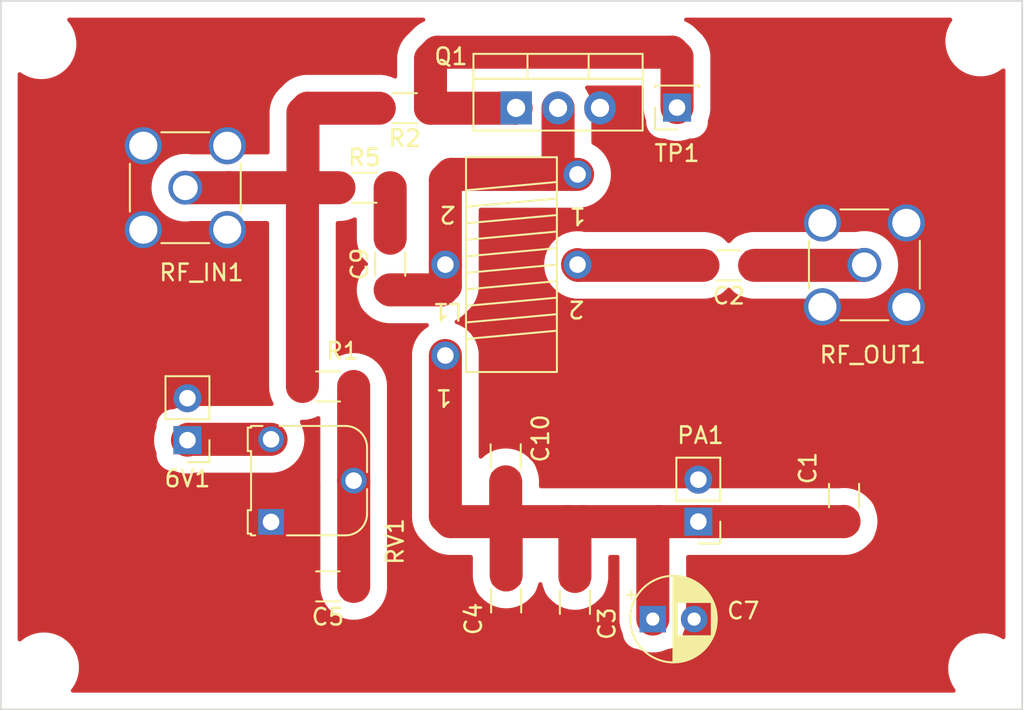
<source format=kicad_pcb>
(kicad_pcb (version 20211014) (generator pcbnew)
  (layers (0 "F.Cu" signal) (31 "B.Cu" signal) (35 "F.Paste" user) (37 "F.SilkS" user "F.Silkscreen") (38 "B.Mask" user) (39 "F.Mask" user) (44 "Edge.Cuts" user))
  (net 0 "")
  (net 1 "GND")
  (net 2 "Net-(6V1-Pad1)")
  (net 3 "Net-(C2-Pad2)")
  (net 4 "+VDC")
  (net 5 "Net-(C2-Pad1)")
  (net 6 "Net-(C5-Pad1)")
  (net 7 "/RF_IN")
  (net 8 "/DRAIN")
  (net 9 "Net-(C9-Pad2)")
  (net 10 "Net-(Q1-Pad1)")
  (footprint "Potentiometer_THT:Potentiometer_Runtron_RM-065_Vertical" (layer "F.Cu") (at 83.105 107.04 90)
    (fp_text reference "RV1" (at -1.18 7.51 90) (layer "F.SilkS"))
    (fp_text value "5k")
    (fp_line (start 0.71 -1.21) (end 4.29 -1.21) (layer "F.SilkS") (width 0.12))
    (fp_line (start 4.5 5.81) (end 3.01 5.81) (layer "F.SilkS") (width 0.12))
    (fp_line (start -0.71 -1.41) (end -0.71 -1.21) (layer "F.SilkS") (width 0.12))
    (fp_line (start -0.71 -1.21) (end -0.81 -1.21) (layer "F.SilkS") (width 0.12))
    (fp_line (start -0.71 -1.41) (end 0.71 -1.41) (layer "F.SilkS") (width 0.12))
    (fp_line (start -0.81 4.5) (end -0.81 0.96) (layer "F.SilkS") (width 0.12))
    (fp_line (start 5.81 0.52) (end 5.81 4.5) (layer "F.SilkS") (width 0.12))
    (fp_line (start 5.71 -1.21) (end 5.81 -1.21) (layer "F.SilkS") (width 0.12))
    (fp_line (start 1.99 5.81) (end 0.5 5.81) (layer "F.SilkS") (width 0.12))
    (fp_line (start 4.29 -1.41) (end 5.71 -1.41) (layer "F.SilkS") (width 0.12))
    (fp_line (start -0.81 -1.21) (end -0.81 -0.96) (layer "F.SilkS") (width 0.12))
    (fp_line (start 5.81 -1.21) (end 5.81 -0.52) (layer "F.SilkS") (width 0.12))
    (fp_line (start 0.71 -1.21) (end 0.71 -1.41) (layer "F.SilkS") (width 0.12))
    (fp_line (start 5.71 -1.41) (end 5.71 -1.21) (layer "F.SilkS") (width 0.12))
    (fp_line (start 4.29 -1.21) (end 4.29 -1.41) (layer "F.SilkS") (width 0.12))
    (fp_arc (start 5.81 4.5) (mid 5.42631 5.42631) (end 4.5 5.81) (layer "F.SilkS") (width 0.12))
    (fp_arc (start 0.5 5.81) (mid -0.42631 5.42631) (end -0.81 4.5) (layer "F.SilkS") (width 0.12))
    (pad "1" thru_hole rect (at 0 0 90) (size 1.56 1.56) (drill 1) (layers *.Cu *.Mask) (net 1 "GND"))
    (pad "2" thru_hole circle (at 2.5 5 90) (size 1.56 1.56) (drill 1) (layers *.Cu *.Mask) (net 6 "Net-(C5-Pad1)"))
    (pad "3" thru_hole circle (at 5 0 90) (size 1.56 1.56) (drill 1) (layers *.Cu *.Mask) (net 2 "Net-(6V1-Pad1)"))
  )
  (footprint "Resistor_SMD:R_1206_3216Metric_Pad1.30x1.75mm_HandSolder" (layer "F.Cu") (at 91.205 82 180)
    (fp_text reference "R2" (at 0 -1.82) (layer "F.SilkS"))
    (fp_text value "10" hide)
    (fp_line (start -0.727064 -0.91) (end 0.727064 -0.91) (layer "F.SilkS") (width 0.12))
    (fp_line (start -0.727064 0.91) (end 0.727064 0.91) (layer "F.SilkS") (width 0.12))
    (pad "1" smd roundrect (at -1.55 0 180) (size 1.3 1.75) (layers "F.Cu" "F.Paste" "F.Mask") (roundrect_rratio 0.192308) (net 10 "Net-(Q1-Pad1)"))
    (pad "2" smd roundrect (at 1.55 0 180) (size 1.3 1.75) (layers "F.Cu" "F.Paste" "F.Mask") (roundrect_rratio 0.192308) (net 7 "/RF_IN"))
  )
  (footprint "Capacitor_SMD:C_1206_3216Metric_Pad1.33x1.80mm_HandSolder" (layer "F.Cu") (at 86.545 110.94 180)
    (fp_text reference "C5" (at 0 -1.85) (layer "F.SilkS"))
    (fp_text value "100nF" hide)
    (fp_line (start -0.711252 -0.91) (end 0.711252 -0.91) (layer "F.SilkS") (width 0.12))
    (fp_line (start -0.711252 0.91) (end 0.711252 0.91) (layer "F.SilkS") (width 0.12))
    (pad "1" smd roundrect (at -1.5625 0 180) (size 1.325 1.8) (layers "F.Cu" "F.Paste" "F.Mask") (roundrect_rratio 0.188679) (net 6 "Net-(C5-Pad1)"))
    (pad "2" smd roundrect (at 1.5625 0 180) (size 1.325 1.8) (layers "F.Cu" "F.Paste" "F.Mask") (roundrect_rratio 0.188679) (net 1 "GND"))
  )
  (footprint "Capacitor_SMD:C_1206_3216Metric_Pad1.33x1.80mm_HandSolder" (layer "F.Cu") (at 97.335 111.81 -90)
    (fp_text reference "C4" (at 1.1 1.98 90) (layer "F.SilkS"))
    (fp_text value "100nF" hide)
    (fp_line (start -0.711252 0.91) (end 0.711252 0.91) (layer "F.SilkS") (width 0.12))
    (fp_line (start -0.711252 -0.91) (end 0.711252 -0.91) (layer "F.SilkS") (width 0.12))
    (pad "1" smd roundrect (at -1.5625 0 270) (size 1.325 1.8) (layers "F.Cu" "F.Paste" "F.Mask") (roundrect_rratio 0.188679) (net 4 "+VDC"))
    (pad "2" smd roundrect (at 1.5625 0 270) (size 1.325 1.8) (layers "F.Cu" "F.Paste" "F.Mask") (roundrect_rratio 0.188679) (net 1 "GND"))
  )
  (footprint "Capacitor_SMD:C_1206_3216Metric_Pad1.33x1.80mm_HandSolder" (layer "F.Cu") (at 110.8075 91.51 180)
    (fp_text reference "C2" (at 0 -1.85) (layer "F.SilkS"))
    (fp_text value "100nF (100v)" hide)
    (fp_line (start -0.711252 0.91) (end 0.711252 0.91) (layer "F.SilkS") (width 0.12))
    (fp_line (start -0.711252 -0.91) (end 0.711252 -0.91) (layer "F.SilkS") (width 0.12))
    (pad "1" smd roundrect (at -1.5625 0 180) (size 1.325 1.8) (layers "F.Cu" "F.Paste" "F.Mask") (roundrect_rratio 0.188679) (net 5 "Net-(C2-Pad1)"))
    (pad "2" smd roundrect (at 1.5625 0 180) (size 1.325 1.8) (layers "F.Cu" "F.Paste" "F.Mask") (roundrect_rratio 0.188679) (net 3 "Net-(C2-Pad2)"))
  )
  (footprint "Connector_Coaxial:SMA_Amphenol_901-144_Vertical" (layer "F.Cu") (at 77.915 86.81 180)
    (fp_text reference "RF_IN1" (at -0.98 -5.14) (layer "F.SilkS"))
    (fp_text value "Conn_Coaxial" hide)
    (fp_line (start -1.45 -3.355) (end 1.45 -3.355) (layer "F.SilkS") (width 0.12))
    (fp_line (start -1.45 3.355) (end 1.45 3.355) (layer "F.SilkS") (width 0.12))
    (fp_line (start -3.355 -1.45) (end -3.355 1.45) (layer "F.SilkS") (width 0.12))
    (fp_line (start 3.355 -1.45) (end 3.355 1.45) (layer "F.SilkS") (width 0.12))
    (pad "1" thru_hole circle locked (at 0 0 180) (size 2.05 2.05) (drill 1.5) (layers *.Cu *.Mask) (net 7 "/RF_IN"))
    (pad "2" thru_hole circle locked (at -2.54 2.54 180) (size 2.25 2.25) (drill 1.7) (layers *.Cu *.Mask) (net 1 "GND"))
    (pad "2" thru_hole circle locked (at 2.54 -2.54 180) (size 2.25 2.25) (drill 1.7) (layers *.Cu *.Mask) (net 1 "GND"))
    (pad "2" thru_hole circle locked (at -2.54 -2.54 180) (size 2.25 2.25) (drill 1.7) (layers *.Cu *.Mask) (net 1 "GND"))
    (pad "2" thru_hole circle locked (at 2.54 2.54 180) (size 2.25 2.25) (drill 1.7) (layers *.Cu *.Mask) (net 1 "GND"))
  )
  (footprint "Package_TO_SOT_THT:TO-220-3_Vertical" (layer "F.Cu") (at 97.935 81.98)
    (fp_text reference "Q1" (at -3.94 -3.11) (layer "F.SilkS"))
    (fp_text value "\"Finals\"" hide)
    (fp_line (start -2.58 -3.27) (end -2.58 1.371) (layer "F.SilkS") (width 0.12))
    (fp_line (start -2.58 -1.76) (end 7.66 -1.76) (layer "F.SilkS") (width 0.12))
    (fp_line (start -2.58 -3.27) (end 7.66 -3.27) (layer "F.SilkS") (width 0.12))
    (fp_line (start 7.66 -3.27) (end 7.66 1.371) (layer "F.SilkS") (width 0.12))
    (fp_line (start 0.69 -3.27) (end 0.69 -1.76) (layer "F.SilkS") (width 0.12))
    (fp_line (start 4.391 -3.27) (end 4.391 -1.76) (layer "F.SilkS") (width 0.12))
    (fp_line (start -2.58 1.371) (end 7.66 1.371) (layer "F.SilkS") (width 0.12))
    (pad "1" thru_hole rect locked (at 0 0) (size 1.905 2) (drill 1.1) (layers *.Cu *.Mask) (net 10 "Net-(Q1-Pad1)"))
    (pad "2" thru_hole oval locked (at 2.54 0) (size 1.905 2) (drill 1.1) (layers *.Cu *.Mask) (net 8 "/DRAIN"))
    (pad "3" thru_hole oval locked (at 5.08 0) (size 1.905 2) (drill 1.1) (layers *.Cu *.Mask) (net 1 "GND"))
  )
  (footprint "Connector_Coaxial:SMA_Amphenol_901-144_Vertical" (layer "F.Cu") (at 119.015 91.48 -90)
    (fp_text reference "RF_OUT1" (at 5.45 -0.51) (layer "F.SilkS"))
    (fp_text value "Conn_Coaxial" hide)
    (fp_line (start 3.355 -1.45) (end 3.355 1.45) (layer "F.SilkS") (width 0.12))
    (fp_line (start -1.45 -3.355) (end 1.45 -3.355) (layer "F.SilkS") (width 0.12))
    (fp_line (start -1.45 3.355) (end 1.45 3.355) (layer "F.SilkS") (width 0.12))
    (fp_line (start -3.355 -1.45) (end -3.355 1.45) (layer "F.SilkS") (width 0.12))
    (pad "1" thru_hole circle locked (at 0 0 270) (size 2.05 2.05) (drill 1.5) (layers *.Cu *.Mask) (net 5 "Net-(C2-Pad1)"))
    (pad "2" thru_hole circle locked (at 2.54 -2.54 270) (size 2.25 2.25) (drill 1.7) (layers *.Cu *.Mask) (net 1 "GND"))
    (pad "2" thru_hole circle locked (at 2.54 2.54 270) (size 2.25 2.25) (drill 1.7) (layers *.Cu *.Mask) (net 1 "GND"))
    (pad "2" thru_hole circle locked (at -2.54 2.54 270) (size 2.25 2.25) (drill 1.7) (layers *.Cu *.Mask) (net 1 "GND"))
    (pad "2" thru_hole circle locked (at -2.54 -2.54 270) (size 2.25 2.25) (drill 1.7) (layers *.Cu *.Mask) (net 1 "GND"))
  )
  (footprint "Resistor_SMD:R_1206_3216Metric_Pad1.30x1.75mm_HandSolder" (layer "F.Cu") (at 86.555 98.84 180)
    (fp_text reference "R1" (at -0.87 2.15) (layer "F.SilkS"))
    (fp_text value "3.3k" hide)
    (fp_line (start -0.727064 0.91) (end 0.727064 0.91) (layer "F.SilkS") (width 0.12))
    (fp_line (start -0.727064 -0.91) (end 0.727064 -0.91) (layer "F.SilkS") (width 0.12))
    (pad "1" smd roundrect (at -1.55 0 180) (size 1.3 1.75) (layers "F.Cu" "F.Paste" "F.Mask") (roundrect_rratio 0.192308) (net 6 "Net-(C5-Pad1)"))
    (pad "2" smd roundrect (at 1.55 0 180) (size 1.3 1.75) (layers "F.Cu" "F.Paste" "F.Mask") (roundrect_rratio 0.192308) (net 7 "/RF_IN"))
  )
  (footprint "Connector_PinHeader_2.54mm:PinHeader_1x02_P2.54mm_Vertical" (layer "F.Cu") (at 108.965 107.02 180)
    (fp_text reference "PA1" (at -0.13 5.22) (layer "F.SilkS"))
    (fp_text value "VDC" hide)
    (fp_line (start -1.33 1.27) (end -1.33 3.87) (layer "F.SilkS") (width 0.12))
    (fp_line (start -1.33 0) (end -1.33 -1.33) (layer "F.SilkS") (width 0.12))
    (fp_line (start -1.33 1.27) (end 1.33 1.27) (layer "F.SilkS") (width 0.12))
    (fp_line (start 1.33 1.27) (end 1.33 3.87) (layer "F.SilkS") (width 0.12))
    (fp_line (start -1.33 3.87) (end 1.33 3.87) (layer "F.SilkS") (width 0.12))
    (fp_line (start -1.33 -1.33) (end 0 -1.33) (layer "F.SilkS") (width 0.12))
    (pad "1" thru_hole rect locked (at 0 0 180) (size 1.7 1.7) (drill 1) (layers *.Cu *.Mask) (net 4 "+VDC"))
    (pad "2" thru_hole oval locked (at 0 2.54 180) (size 1.7 1.7) (drill 1) (layers *.Cu *.Mask) (net 1 "GND"))
  )
  (footprint "Connector_PinSocket_2.54mm:PinSocket_1x01_P2.54mm_Vertical" (layer "F.Cu") (at 107.675 81.96 180)
    (fp_text reference "TP1" (at 0 -2.77) (layer "F.SilkS"))
    (fp_text value "TestPoint" hide)
    (fp_line (start 1.33 1.21) (end 1.33 1.33) (layer "F.SilkS") (width 0.12))
    (fp_line (start 0 -1.33) (end 1.33 -1.33) (layer "F.SilkS") (width 0.12))
    (fp_line (start 1.33 -1.33) (end 1.33 0) (layer "F.SilkS") (width 0.12))
    (fp_line (start -1.33 1.33) (end 1.33 1.33) (layer "F.SilkS") (width 0.12))
    (fp_line (start -1.33 1.21) (end -1.33 1.33) (layer "F.SilkS") (width 0.12))
    (pad "1" thru_hole rect (at 0 0 180) (size 1.7 1.7) (drill 1) (layers *.Cu *.Mask) (net 10 "Net-(Q1-Pad1)"))
  )
  (footprint "Connector_PinHeader_2.54mm:PinHeader_1x02_P2.54mm_Vertical" (layer "F.Cu") (at 78.045 102.09 180)
    (fp_text reference "6V1" (at 0 -2.33) (layer "F.SilkS"))
    (fp_text value "BIAS")
    (fp_line (start -1.33 -1.33) (end 0 -1.33) (layer "F.SilkS") (width 0.12))
    (fp_line (start -1.33 0) (end -1.33 -1.33) (layer "F.SilkS") (width 0.12))
    (fp_line (start -1.33 1.27) (end -1.33 3.87) (layer "F.SilkS") (width 0.12))
    (fp_line (start 1.33 1.27) (end 1.33 3.87) (layer "F.SilkS") (width 0.12))
    (fp_line (start -1.33 3.87) (end 1.33 3.87) (layer "F.SilkS") (width 0.12))
    (fp_line (start -1.33 1.27) (end 1.33 1.27) (layer "F.SilkS") (width 0.12))
    (pad "1" thru_hole rect (at 0 0 180) (size 1.7 1.7) (drill 1) (layers *.Cu *.Mask) (net 2 "Net-(6V1-Pad1)"))
    (pad "2" thru_hole oval (at 0 2.54 180) (size 1.7 1.7) (drill 1) (layers *.Cu *.Mask) (net 1 "GND"))
  )
  (footprint "Capacitor_SMD:C_1206_3216Metric_Pad1.33x1.80mm_HandSolder" (layer "F.Cu") (at 117.785 105.4425 90)
    (fp_text reference "C1" (at 1.6625 -2.19 90) (layer "F.SilkS"))
    (fp_text value "1nF" hide)
    (fp_line (start -0.711252 0.91) (end 0.711252 0.91) (layer "F.SilkS") (width 0.12))
    (fp_line (start -0.711252 -0.91) (end 0.711252 -0.91) (layer "F.SilkS") (width 0.12))
    (pad "1" smd roundrect (at -1.5625 0 90) (size 1.325 1.8) (layers "F.Cu" "F.Paste" "F.Mask") (roundrect_rratio 0.188679) (net 4 "+VDC"))
    (pad "2" smd roundrect (at 1.5625 0 90) (size 1.325 1.8) (layers "F.Cu" "F.Paste" "F.Mask") (roundrect_rratio 0.188679) (net 1 "GND"))
  )
  (footprint "Capacitor_THT:CP_Radial_D5.0mm_P2.50mm" (layer "F.Cu") (at 106.209887 112.92)
    (fp_text reference "C7" (at 5.475113 -0.5) (layer "F.SilkS"))
    (fp_text value "22uF 25v" hide)
    (fp_line (start 1.971 -2.48) (end 1.971 -1.04) (layer "F.SilkS") (width 0.12))
    (fp_line (start 2.011 -2.468) (end 2.011 -1.04) (layer "F.SilkS") (width 0.12))
    (fp_line (start 3.371 1.04) (end 3.371 1.5) (layer "F.SilkS") (width 0.12))
    (fp_line (start 2.891 -2.004) (end 2.891 -1.04) (layer "F.SilkS") (width 0.12))
    (fp_line (start 2.811 -2.065) (end 2.811 -1.04) (layer "F.SilkS") (width 0.12))
    (fp_line (start 1.69 -2.543) (end 1.69 -1.04) (layer "F.SilkS") (width 0.12))
    (fp_line (start 2.011 1.04) (end 2.011 2.468) (layer "F.SilkS") (width 0.12))
    (fp_line (start 2.971 -1.937) (end 2.971 -1.04) (layer "F.SilkS") (width 0.12))
    (fp_line (start 1.61 1.04) (end 1.61 2.556) (layer "F.SilkS") (width 0.12))
    (fp_line (start 2.171 1.04) (end 2.171 2.414) (layer "F.SilkS") (width 0.12))
    (fp_line (start 3.411 1.04) (end 3.411 1.443) (layer "F.SilkS") (width 0.12))
    (fp_line (start 3.171 1.04) (end 3.171 1.743) (layer "F.SilkS") (width 0.12))
    (fp_line (start 3.531 -1.251) (end 3.531 -1.04) (layer "F.SilkS") (width 0.12))
    (fp_line (start 1.33 -2.579) (end 1.33 2.579) (layer "F.SilkS") (width 0.12))
    (fp_line (start 2.731 1.04) (end 2.731 2.122) (layer "F.SilkS") (width 0.12))
    (fp_line (start 2.611 1.04) (end 2.611 2.2) (layer "F.SilkS") (width 0.12))
    (fp_line (start 3.251 -1.653) (end 3.251 -1.04) (layer "F.SilkS") (width 0.12))
    (fp_line (start 3.811 -0.518) (end 3.811 0.518) (layer "F.SilkS") (width 0.12))
    (fp_line (start 2.691 -2.149) (end 2.691 -1.04) (layer "F.SilkS") (width 0.12))
    (fp_line (start 3.211 1.04) (end 3.211 1.699) (layer "F.SilkS") (width 0.12))
    (fp_line (start 2.131 -2.428) (end 2.131 -1.04) (layer "F.SilkS") (width 0.12))
    (fp_line (start 1.29 -2.58) (end 1.29 2.58) (layer "F.SilkS") (width 0.12))
    (fp_line (start 3.531 1.04) (end 3.531 1.251) (layer "F.SilkS") (width 0.12))
    (fp_line (start 1.65 -2.55) (end 1.65 -1.04) (layer "F.SilkS") (width 0.12))
    (fp_line (start 3.291 -1.605) (end 3.291 -1.04) (layer "F.SilkS") (width 0.12))
    (fp_line (start 2.091 -2.442) (end 2.091 -1.04) (layer "F.SilkS") (width 0.12))
    (fp_line (start 2.331 1.04) (end 2.331 2.348) (layer "F.SilkS") (width 0.12))
    (fp_line (start 1.85 -2.511) (end 1.85 -1.04) (layer "F.SilkS") (width 0.12))
    (fp_line (start 1.53 -2.565) (end 1.53 -1.04) (layer "F.SilkS") (width 0.12))
    (fp_line (start 3.331 1.04) (end 3.331 1.554) (layer "F.SilkS") (width 0.12))
    (fp_line (start 3.491 -1.319) (end 3.491 -1.04) (layer "F.SilkS") (width 0.12))
    (fp_line (start 2.771 -2.095) (end 2.771 -1.04) (layer "F.SilkS") (width 0.12))
    (fp_line (start 2.091 1.04) (end 2.091 2.442) (layer "F.SilkS") (width 0.12))
    (fp_line (start 3.451 -1.383) (end 3.451 -1.04) (layer "F.SilkS") (width 0.12))
    (fp_line (start 2.851 -2.035) (end 2.851 -1.04) (layer "F.SilkS") (width 0.12))
    (fp_line (start 3.091 -1.826) (end 3.091 -1.04) (layer "F.SilkS") (width 0.12))
    (fp_line (start 2.731 -2.122) (end 2.731 -1.04) (layer "F.SilkS") (width 0.12))
    (fp_line (start 3.491 1.04) (end 3.491 1.319) (layer "F.SilkS") (width 0.12))
    (fp_line (start 2.931 1.04) (end 2.931 1.971) (layer "F.SilkS") (width 0.12))
    (fp_line (start 1.45 -2.573) (end 1.45 2.573) (layer "F.SilkS") (width 0.12))
    (fp_line (start 1.77 1.04) (end 1.77 2.528) (layer "F.SilkS") (width 0.12))
    (fp_line (start 1.81 -2.52) (end 1.81 -1.04) (layer "F.SilkS") (width 0.12))
    (fp_line (start 1.61 -2.556) (end 1.61 -1.04) (layer "F.SilkS") (width 0.12))
    (fp_line (start 2.971 1.04) (end 2.971 1.937) (layer "F.SilkS") (width 0.12))
    (fp_line (start 2.251 1.04) (end 2.251 2.382) (layer "F.SilkS") (width 0.12))
    (fp_line (start 3.131 -1.785) (end 3.131 -1.04) (layer "F.SilkS") (width 0.12))
    (fp_line (start 1.93 -2.491) (end 1.93 -1.04) (layer "F.SilkS") (width 0.12))
    (fp_line (start 3.091 1.04) (end 3.091 1.826) (layer "F.SilkS") (width 0.12))
    (fp_line (start 3.131 1.04) (end 3.131 1.785) (layer "F.SilkS") (width 0.12))
    (fp_line (start 2.451 1.04) (end 2.451 2.29) (layer "F.SilkS") (width 0.12))
    (fp_line (start 2.051 1.04) (end 2.051 2.455) (layer "F.SilkS") (width 0.12))
    (fp_line (start 3.851 -0.284) (end 3.851 0.284) (layer "F.SilkS") (width 0.12))
    (fp_line (start 2.531 -2.247) (end 2.531 -1.04) (layer "F.SilkS") (width 0.12))
    (fp_line (start 3.211 -1.699) (end 3.211 -1.04) (layer "F.SilkS") (width 0.12))
    (fp_line (start 3.731 -0.805) (end 3.731 0.805) (layer "F.SilkS") (width 0.12))
    (fp_line (start 2.811 1.04) (end 2.811 2.065) (layer "F.SilkS") (width 0.12))
    (fp_line (start 1.25 -2.58) (end 1.25 2.58) (layer "F.SilkS") (width 0.12))
    (fp_line (start 3.171 -1.743) (end 3.171 -1.04) (layer "F.SilkS") (width 0.12))
    (fp_line (start 2.371 1.04) (end 2.371 2.329) (layer "F.SilkS") (width 0.12))
    (fp_line (start 2.411 1.04) (end 2.411 2.31) (layer "F.SilkS") (width 0.12))
    (fp_line (start 3.691 -0.915) (end 3.691 0.915) (layer "F.SilkS") (width 0.12))
    (fp_line (start 1.77 -2.528) (end 1.77 -1.04) (layer "F.SilkS") (width 0.12))
    (fp_line (start 3.011 -1.901) (end 3.011 -1.04) (layer "F.SilkS") (width 0.12))
    (fp_line (start 2.931 -1.971) (end 2.931 -1.04) (layer "F.SilkS") (width 0.12))
    (fp_line (start 1.93 1.04) (end 1.93 2.491) (layer "F.SilkS") (width 0.12))
    (fp_line (start 1.57 -2.561) (end 1.57 -1.04) (layer "F.SilkS") (width 0.12))
    (fp_line (start 2.651 1.04) (end 2.651 2.175) (layer "F.SilkS") (width 0.12))
    (fp_line (start 2.571 1.04) (end 2.571 2.224) (layer "F.SilkS") (width 0.12))
    (fp_line (start 1.53 1.04) (end 1.53 2.565) (layer "F.SilkS") (width 0.12))
    (fp_line (start 2.771 1.04) (end 2.771 2.095) (layer "F.SilkS") (width 0.12))
    (fp_line (start 1.49 -2.569) (end 1.49 -1.04) (layer "F.SilkS") (width 0.12))
    (fp_line (start 3.571 -1.178) (end 3.571 1.178) (layer "F.SilkS") (width 0.12))
    (fp_line (start 2.291 1.04) (end 2.291 2.365) (layer "F.SilkS") (width 0.12))
    (fp_line (start 2.171 -2.414) (end 2.171 -1.04) (layer "F.SilkS") (width 0.12))
    (fp_line (start 2.211 -2.398) (end 2.211 -1.04) (layer "F.SilkS") (width 0.12))
    (fp_line (start 1.89 1.04) (end 1.89 2.501) (layer "F.SilkS") (width 0.12))
    (fp_line (start 1.49 1.04) (end 1.49 2.569) (layer "F.SilkS") (width 0.12))
    (fp_line (start 3.771 -0.677) (end 3.771 0.677) (layer "F.SilkS") (width 0.12))
    (fp_line (start 3.051 -1.864) (end 3.051 -1.04) (layer "F.SilkS") (width 0.12))
    (fp_line (start 3.411 -1.443) (end 3.411 -1.04) (layer "F.SilkS") (width 0.12))
    (fp_line (start 2.251 -2.382) (end 2.251 -1.04) (layer "F.SilkS") (width 0.12))
    (fp_line (start 3.051 1.04) (end 3.051 1.864) (layer "F.SilkS") (width 0.12))
    (fp_line (start 2.571 -2.224) (end 2.571 -1.04) (layer "F.SilkS") (width 0.12))
    (fp_line (start 2.331 -2.348) (end 2.331 -1.04) (layer "F.SilkS") (width 0.12))
    (fp_line (start 2.651 -2.175) (end 2.651 -1.04) (layer "F.SilkS") (width 0.12))
    (fp_line (start 1.69 1.04) (end 1.69 2.543) (layer "F.SilkS") (width 0.12))
    (fp_line (start 2.851 1.04) (end 2.851 2.035) (layer "F.SilkS") (width 0.12))
    (fp_line (start 2.211 1.04) (end 2.211 2.398) (layer "F.SilkS") (width 0.12))
    (fp_line (start 2.491 1.04) (end 2.491 2.268) (layer "F.SilkS") (width 0.12))
    (fp_line (start 3.371 -1.5) (end 3.371 -1.04) (layer "F.SilkS") (width 0.12))
    (fp_line (start 2.491 -2.268) (end 2.491 -1.04) (layer "F.SilkS") (width 0.12))
    (fp_line (start 1.85 1.04) (end 1.85 2.511) (layer "F.SilkS") (width 0.12))
    (fp_line (start 1.971 1.04) (end 1.971 2.48) (layer "F.SilkS") (width 0.12))
    (fp_line (start 1.73 1.04) (end 1.73 2.536) (layer "F.SilkS") (width 0.12))
    (fp_line (start 1.73 -2.536) (end 1.73 -1.04) (layer "F.SilkS") (width 0.12))
    (fp_line (start -1.554775 -1.475) (end -1.054775 -1.475) (layer "F.SilkS") (width 0.12))
    (fp_line (start 1.65 1.04) (end 1.65 2.55) (layer "F.SilkS") (width 0.12))
    (fp_line (start 3.011 1.04) (end 3.011 1.901) (layer "F.SilkS") (width 0.12))
    (fp_line (start 3.331 -1.554) (end 3.331 -1.04) (layer "F.SilkS") (width 0.12))
    (fp_line (start 2.291 -2.365) (end 2.291 -1.04) (layer "F.SilkS") (width 0.12))
    (fp_line (start 2.531 1.04) (end 2.531 2.247) (layer "F.SilkS") (width 0.12))
    (fp_line (start 3.291 1.04) (end 3.291 1.605) (layer "F.SilkS") (width 0.12))
    (fp_line (start 3.651 -1.011) (end 3.651 1.011) (layer "F.SilkS") (width 0.12))
    (fp_line (start 1.57 1.04) (end 1.57 2.561) (layer "F.SilkS") (width 0.12))
    (fp_line (start 1.89 -2.501) (end 1.89 -1.04) (layer "F.SilkS") (width 0.12))
    (fp_line (start 2.891 1.04) (end 2.891 2.004) (layer "F.SilkS") (width 0.12))
    (fp_line (start 2.691 1.04) (end 2.691 2.149) (layer "F.SilkS") (width 0.12))
    (fp_line (start 1.37 -2.578) (end 1.37 2.578) (layer "F.SilkS") (width 0.12))
    (fp_line (start 3.451 1.04) (end 3.451 1.383) (layer "F.SilkS") (width 0.12))
    (fp_line (start -1.304775 -1.725) (end -1.304775 -1.225) (layer "F.SilkS") (width 0.12))
    (fp_line (start 2.451 -2.29) (end 2.451 -1.04) (layer "F.SilkS") (width 0.12))
    (fp_line (start 1.41 -2.576) (end 1.41 2.576) (layer "F.SilkS") (width 0.12))
    (fp_line (start 2.131 1.04) (end 2.131 2.428) (layer "F.SilkS") (width 0.12))
    (fp_line (start 2.411 -2.31) (end 2.411 -1.04) (layer "F.SilkS") (width 0.12))
    (fp_line (start 3.251 1.04) (end 3.251 1.653) (layer "F.SilkS") (width 0.12))
    (fp_line (start 2.371 -2.329) (end 2.371 -1.04) (layer "F.SilkS") (width 0.12))
    (fp_line (start 1.81 1.04) (end 1.81 2.52) (layer "F.SilkS") (width 0.12))
    (fp_line (start 2.051 -2.455) (end 2.051 -1.04) (layer "F.SilkS") (width 0.12))
    (fp_line (start 2.611 -2.2) (end 2.611 -1.04) (layer "F.SilkS") (width 0.12))
    (fp_line (start 3.611 -1.098) (end 3.611 1.098) (layer "F.SilkS") (width 0.12))
    (fp_circle (center 1.25 0) (end 3.87 0) (layer "F.SilkS") (width 0.12) (fill none))
    (pad "1" thru_hole rect locked (at 0 0) (size 1.6 1.6) (drill 0.8) (layers *.Cu *.Mask) (net 4 "+VDC"))
    (pad "2" thru_hole circle locked (at 2.5 0) (size 1.6 1.6) (drill 0.8) (layers *.Cu *.Mask) (net 1 "GND"))
  )
  (footprint "Resistor_SMD:R_1206_3216Metric_Pad1.30x1.75mm_HandSolder" (layer "F.Cu") (at 88.765 86.81)
    (fp_text reference "R5" (at 0 -1.82) (layer "F.SilkS"))
    (fp_text value "680" hide)
    (fp_line (start -0.727064 0.91) (end 0.727064 0.91) (layer "F.SilkS") (width 0.12))
    (fp_line (start -0.727064 -0.91) (end 0.727064 -0.91) (layer "F.SilkS") (width 0.12))
    (pad "1" smd roundrect (at -1.55 0) (size 1.3 1.75) (layers "F.Cu" "F.Paste" "F.Mask") (roundrect_rratio 0.192308) (net 7 "/RF_IN"))
    (pad "2" smd roundrect (at 1.55 0) (size 1.3 1.75) (layers "F.Cu" "F.Paste" "F.Mask") (roundrect_rratio 0.192308) (net 9 "Net-(C9-Pad2)"))
  )
  (footprint "MountingHole:MountingHole_2.2mm_M2" (layer "F.Cu") (at 126.04 77.95)
    (fp_text reference "H2" hide)
    (fp_text value "MountingHole" hide)
    (pad "" np_thru_hole circle (at 0 0) (size 2.2 2.2) (drill 2.2) (layers *.Cu *.Mask))
  )
  (footprint "MountingHole:MountingHole_2.2mm_M2" (layer "F.Cu") (at 69.2 78.12)
    (fp_text reference "H1" hide)
    (fp_text value "MountingHole" hide)
    (pad "" np_thru_hole circle (at 0 0) (size 2.2 2.2) (drill 2.2) (layers *.Cu *.Mask))
  )
  (footprint "Capacitor_SMD:C_1206_3216Metric_Pad1.33x1.80mm_HandSolder" (layer "F.Cu") (at 90.315 91.43 90)
    (fp_text reference "C9" (at 0 -1.85 90) (layer "F.SilkS"))
    (fp_text value "0.1u 100v" hide)
    (fp_line (start -0.711252 -0.91) (end 0.711252 -0.91) (layer "F.SilkS") (width 0.12))
    (fp_line (start -0.711252 0.91) (end 0.711252 0.91) (layer "F.SilkS") (width 0.12))
    (pad "1" smd roundrect (at -1.5625 0 90) (size 1.325 1.8) (layers "F.Cu" "F.Paste" "F.Mask") (roundrect_rratio 0.188679) (net 8 "/DRAIN"))
    (pad "2" smd roundrect (at 1.5625 0 90) (size 1.325 1.8) (layers "F.Cu" "F.Paste" "F.Mask") (roundrect_rratio 0.188679) (net 9 "Net-(C9-Pad2)"))
  )
  (footprint "MountingHole:MountingHole_2.2mm_M2" (layer "F.Cu") (at 126.21 115.9)
    (fp_text reference "H4" hide)
    (fp_text value "MountingHole" hide)
    (pad "" np_thru_hole circle (at 0 0) (size 2.2 2.2) (drill 2.2) (layers *.Cu *.Mask))
  )
  (footprint "MountingHole:MountingHole_2.2mm_M2" (layer "F.Cu") (at 69.36 115.85)
    (fp_text reference "H3" hide)
    (fp_text value "MountingHole" hide)
    (pad "" np_thru_hole circle (at 0 0) (size 2.2 2.2) (drill 2.2) (layers *.Cu *.Mask))
  )
  (footprint "footprints:FT50-43 Transformer" (layer "F.Cu") (at 97.655 83.465)
    (fp_text reference "L1" (at -3.86 10.845 -180 unlocked) (layer "F.SilkS"))
    (fp_text value "RFC1" hide)
    (fp_line (start -2.75 1.5) (end 2.75 1.5) (layer "F.SilkS") (width 0.12))
    (fp_line (start 2.75 1.5) (end 2.75 14.5) (layer "F.SilkS") (width 0.12))
    (fp_line (start -2.75 10.5) (end 2.75 10) (layer "F.SilkS") (width 0.12))
    (fp_line (start -2.75 14.5) (end -2.75 1.5) (layer "F.SilkS") (width 0.12))
    (fp_line (start -2.75 11.5) (end 2.75 11) (layer "F.SilkS") (width 0.12))
    (fp_line (start -2.75 9.5) (end 2.75 9) (layer "F.SilkS") (width 0.12))
    (fp_line (start -2.75 5.5) (end 2.75 5) (layer "F.SilkS") (width 0.12))
    (fp_line (start -2.75 12.5) (end 2.75 12) (layer "F.SilkS") (width 0.12))
    (fp_line (start -2.75 3.5) (end 2.75 3) (layer "F.SilkS") (width 0.12))
    (fp_line (start -2.75 6.5) (end 2.75 6) (layer "F.SilkS") (width 0.12))
    (fp_line (start -2.75 7.5) (end 2.75 7) (layer "F.SilkS") (width 0.12))
    (fp_line (start 2.75 14.5) (end -2.75 14.5) (layer "F.SilkS") (width 0.12))
    (fp_line (start -2.75 4.5) (end 2.75 4) (layer "F.SilkS") (width 0.12))
    (fp_line (start -2.75 8.5) (end 2.75 8) (layer "F.SilkS") (width 0.12))
    (pad "1" thru_hole circle locked (at 4 2.54) (size 1.7 1.7) (drill 1) (layers *.Cu *.Mask) (net 8 "/DRAIN"))
    (pad "2" thru_hole circle locked (at -4 13.5) (size 1.7 1.7) (drill 1) (layers *.Cu *.Mask) (net 4 "+VDC"))
    (pad "3" thru_hole circle locked (at 4 8) (size 1.7 1.7) (drill 1) (layers *.Cu *.Mask) (net 3 "Net-(C2-Pad2)"))
    (pad "4" thru_hole circle locked (at -4 8) (size 1.7 1.7) (drill 1) (layers *.Cu *.Mask) (net 8 "/DRAIN"))
  )
  (footprint "Capacitor_SMD:C_1206_3216Metric_Pad1.33x1.80mm_HandSolder" (layer "F.Cu") (at 101.495 111.9 -90)
    (fp_text reference "C3" (at 1.3 -1.94 90) (layer "F.SilkS"))
    (fp_text value "100nF" hide)
    (fp_line (start -0.711252 0.91) (end 0.711252 0.91) (layer "F.SilkS") (width 0.12))
    (fp_line (start -0.711252 -0.91) (end 0.711252 -0.91) (layer "F.SilkS") (width 0.12))
    (pad "1" smd roundrect (at -1.5625 0 270) (size 1.325 1.8) (layers "F.Cu" "F.Paste" "F.Mask") (roundrect_rratio 0.188679) (net 4 "+VDC"))
    (pad "2" smd roundrect (at 1.5625 0 270) (size 1.325 1.8) (layers "F.Cu" "F.Paste" "F.Mask") (roundrect_rratio 0.188679) (net 1 "GND"))
  )
  (footprint "Capacitor_SMD:C_1206_3216Metric_Pad1.33x1.80mm_HandSolder" (layer "F.Cu") (at 97.305 103.05 90)
    (fp_text reference "C10" (at 1.06 2.11 90) (layer "F.SilkS"))
    (fp_text value "100nF" hide)
    (fp_line (start -0.711252 -0.91) (end 0.711252 -0.91) (layer "F.SilkS") (width 0.12))
    (fp_line (start -0.711252 0.91) (end 0.711252 0.91) (layer "F.SilkS") (width 0.12))
    (pad "1" smd roundrect (at -1.5625 0 90) (size 1.325 1.8) (layers "F.Cu" "F.Paste" "F.Mask") (roundrect_rratio 0.188679) (net 4 "+VDC"))
    (pad "2" smd roundrect (at 1.5625 0 90) (size 1.325 1.8) (layers "F.Cu" "F.Paste" "F.Mask") (roundrect_rratio 0.188679) (net 1 "GND"))
  )
  (gr_rect (start 66.75 75.5) (end 128.57 118.39) (layer "Edge.Cuts") (width 0.1) (fill none))
  (gr_text "2" (at 101.585 94.17 180) (layer "F.SilkS") (effects (font (size 1 1))))
  (gr_text "2" (at 93.795 88.43 180) (layer "F.SilkS") (effects (font (size 1 1))))
  (gr_text "1" (at 101.655 88.53 180) (layer "F.SilkS") (effects (font (size 1 1))))
  (gr_text "1" (at 93.555 99.53 180) (layer "F.SilkS") (effects (font (size 1 1))))
  (segment (start 78.095 102.04) (end 78.045 102.09) (width 2) (layer "F.Cu") (net 2))
  (segment (start 83.105 102.04) (end 78.095 102.04) (width 2) (layer "F.Cu") (net 2))
  (segment (start 109.245 91.51) (end 101.7 91.51) (width 2) (layer "F.Cu") (net 3))
  (segment (start 101.7 91.51) (end 101.655 91.465) (width 2) (layer "F.Cu") (net 3))
  (segment (start 97.305 104.6125) (end 97.305 107.51) (width 2) (layer "F.Cu") (net 4))
  (segment (start 97.335 110.2475) (end 97.335 107.54) (width 2) (layer "F.Cu") (net 4))
  (segment (start 106.209887 107.385113) (end 106.575 107.02) (width 2) (layer "F.Cu") (net 4))
  (segment (start 108.965 107.02) (end 117.77 107.02) (width 2) (layer "F.Cu") (net 4))
  (segment (start 97.305 107.51) (end 97.335 107.54) (width 2) (layer "F.Cu") (net 4))
  (segment (start 101.085 107.02) (end 97.855 107.02) (width 2) (layer "F.Cu") (net 4))
  (segment (start 101.495 110.3375) (end 101.495 107.43) (width 2) (layer "F.Cu") (net 4))
  (segment (start 117.77 107.02) (end 117.785 107.005) (width 2) (layer "F.Cu") (net 4))
  (segment (start 108.965 107.02) (end 106.575 107.02) (width 2) (layer "F.Cu") (net 4))
  (segment (start 97.855 107.02) (end 93.975 107.02) (width 2) (layer "F.Cu") (net 4))
  (segment (start 106.209887 112.92) (end 106.209887 107.385113) (width 2) (layer "F.Cu") (net 4))
  (segment (start 93.655 106.7) (end 93.655 96.965) (width 2) (layer "F.Cu") (net 4))
  (segment (start 106.575 107.02) (end 102.005 107.02) (width 2) (layer "F.Cu") (net 4))
  (segment (start 93.975 107.02) (end 93.655 106.7) (width 2) (layer "F.Cu") (net 4))
  (segment (start 102.005 107.02) (end 101.085 107.02) (width 2) (layer "F.Cu") (net 4))
  (segment (start 101.495 107.43) (end 101.085 107.02) (width 2) (layer "F.Cu") (net 4))
  (segment (start 97.335 107.54) (end 97.855 107.02) (width 2) (layer "F.Cu") (net 4))
  (segment (start 112.37 91.51) (end 118.985 91.51) (width 2) (layer "F.Cu") (net 5))
  (segment (start 118.985 91.51) (end 119.015 91.48) (width 2) (layer "F.Cu") (net 5))
  (segment (start 88.105 104.54) (end 88.105 98.84) (width 2) (layer "F.Cu") (net 6))
  (segment (start 88.1075 110.94) (end 88.1075 104.5425) (width 2) (layer "F.Cu") (net 6))
  (segment (start 88.1075 104.5425) (end 88.105 104.54) (width 2) (layer "F.Cu") (net 6))
  (segment (start 85.005 98.84) (end 85.005 87.35) (width 2) (layer "F.Cu") (net 7))
  (segment (start 84.465 86.81) (end 80.545 86.81) (width 2) (layer "F.Cu") (net 7))
  (segment (start 84.465 86.81) (end 87.215 86.81) (width 2) (layer "F.Cu") (net 7))
  (segment (start 85.035 82.28) (end 85.315 82) (width 2) (layer "F.Cu") (net 7))
  (segment (start 85.035 87.32) (end 85.035 82.28) (width 2) (layer "F.Cu") (net 7))
  (segment (start 85.005 87.35) (end 85.035 87.32) (width 2) (layer "F.Cu") (net 7))
  (segment (start 80.545 86.81) (end 77.915 86.81) (width 2) (layer "F.Cu") (net 7))
  (segment (start 85.005 87.35) (end 84.465 86.81) (width 2) (layer "F.Cu") (net 7))
  (segment (start 85.315 82) (end 89.655 82) (width 2) (layer "F.Cu") (net 7))
  (segment (start 93.655 92.75) (end 93.655 91.465) (width 2) (layer "F.Cu") (net 8))
  (segment (start 93.4125 92.9925) (end 93.655 92.75) (width 2) (layer "F.Cu") (net 8))
  (segment (start 101.655 86.005) (end 99.846 86.005) (width 2) (layer "F.Cu") (net 8))
  (segment (start 94.004 86.005) (end 93.655 86.354) (width 2) (layer "F.Cu") (net 8))
  (segment (start 100.475 85.376) (end 99.846 86.005) (width 2) (layer "F.Cu") (net 8))
  (segment (start 93.655 86.354) (end 93.655 91.465) (width 2) (layer "F.Cu") (net 8))
  (segment (start 90.315 92.9925) (end 93.4125 92.9925) (width 2) (layer "F.Cu") (net 8))
  (segment (start 100.475 81.98) (end 100.475 85.376) (width 2) (layer "F.Cu") (net 8))
  (segment (start 99.846 86.005) (end 94.004 86.005) (width 2) (layer "F.Cu") (net 8))
  (segment (start 90.315 89.8675) (end 90.315 86.81) (width 2) (layer "F.Cu") (net 9))
  (segment (start 107.375 78.61) (end 107.675 78.91) (width 2) (layer "F.Cu") (net 10))
  (segment (start 93.175 78.61) (end 107.375 78.61) (width 2) (layer "F.Cu") (net 10))
  (segment (start 107.675 78.91) (end 107.675 81.96) (width 2) (layer "F.Cu") (net 10))
  (segment (start 92.755 79.03) (end 93.175 78.61) (width 2) (layer "F.Cu") (net 10))
  (segment (start 97.915 82) (end 97.935 81.98) (width 2) (layer "F.Cu") (net 10))
  (segment (start 92.755 82) (end 97.915 82) (width 2) (layer "F.Cu") (net 10))
  (segment (start 92.755 82) (end 92.755 79.03) (width 2) (layer "F.Cu") (net 10))
  (zone (net 1) (net_name "GND") (layer "F.Cu") (connect_pads yes (clearance 1.016)) (min_thickness 0.254) (fill yes (thermal_gap 0.508) (thermal_bridge_width 0.508))
    (polygon (pts (xy 128.66 118.37) (xy 66.85 118.37) (xy 66.85 75.59) (xy 128.66 75.59)))
  )
)
</source>
